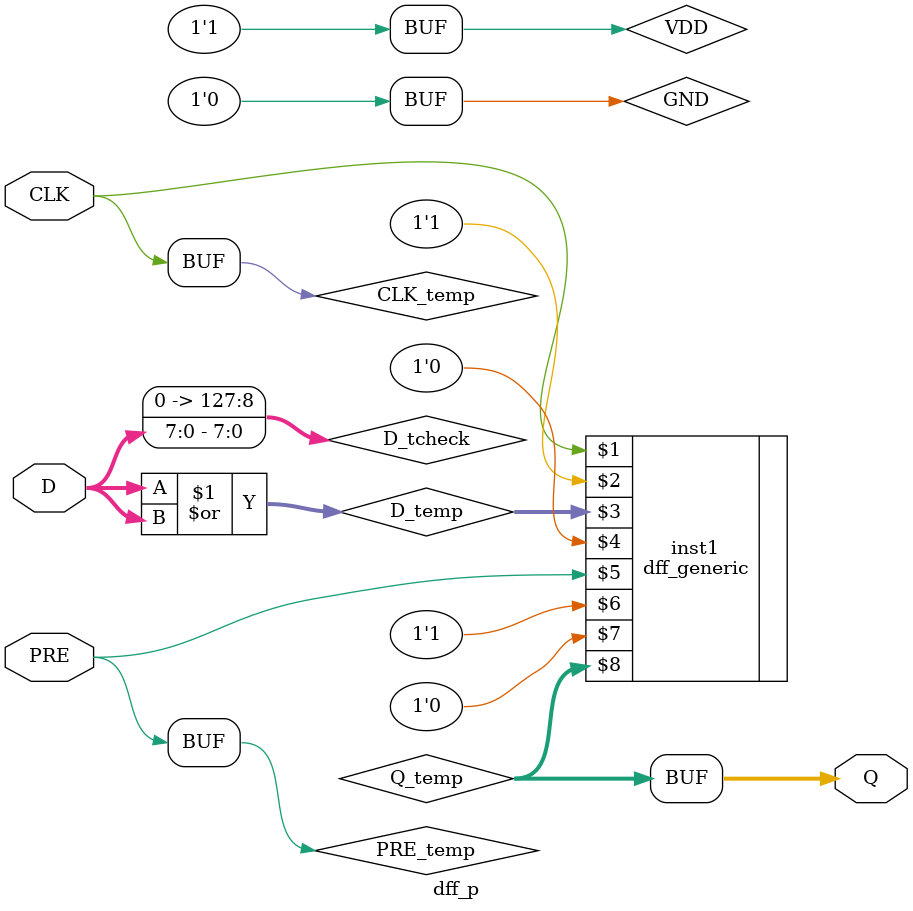
<source format=v>
module dff_p(CLK,D,PRE,Q);
  parameter N = 8;
  parameter DPFLAG = 1;
  parameter GROUP = "dpath1";
  parameter
        d_CLK_r = 0,
        d_CLK_f = 0,
        d_D = 0,
        d_PRE_r = 0,
        d_PRE_f = 0,
        d_Q = 1;
  input  CLK;
  input [(N - 1):0] D;
  input  PRE;
  output [(N - 1):0] Q;
  wire  CLK_temp;
  wire [(N - 1):0] D_temp;
  wire  PRE_temp;
  wire [(N - 1):0] Q_temp;
  supply0  GND;
  supply1  VDD;
  assign #(d_CLK_r,d_CLK_f) CLK_temp = CLK;
  assign #(d_D) D_temp = D|D;
  assign #(d_PRE_r,d_PRE_f) PRE_temp = PRE;
  assign #(d_Q) Q = Q_temp;
  dff_generic #(N) inst1 (CLK_temp,VDD,D_temp,GND,PRE_temp,VDD,GND,Q_temp);
  wire [127:0] D_tcheck = D;
  specify
    specparam
      t_hold_D = 0,
      t_setup_D = 0,
      t_width_PRE = 0;
    $hold(posedge CLK , D_tcheck , t_hold_D);
    $setup(D_tcheck , posedge CLK , t_setup_D);
    $width(negedge PRE , t_width_PRE);
  endspecify
endmodule

</source>
